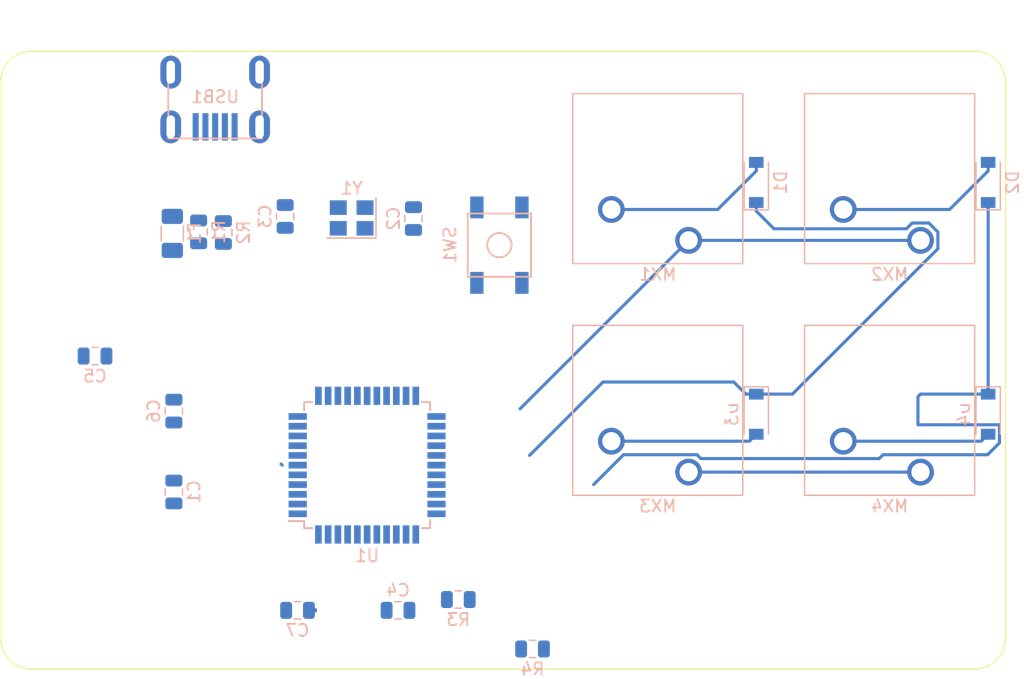
<source format=kicad_pcb>
(kicad_pcb (version 20171130) (host pcbnew "(5.1.5)-3")

  (general
    (thickness 1.6)
    (drawings 10)
    (tracks 46)
    (zones 0)
    (modules 24)
    (nets 45)
  )

  (page A4)
  (layers
    (0 F.Cu signal)
    (31 B.Cu signal)
    (32 B.Adhes user)
    (33 F.Adhes user)
    (34 B.Paste user)
    (35 F.Paste user)
    (36 B.SilkS user)
    (37 F.SilkS user)
    (38 B.Mask user)
    (39 F.Mask user)
    (40 Dwgs.User user)
    (41 Cmts.User user)
    (42 Eco1.User user)
    (43 Eco2.User user)
    (44 Edge.Cuts user)
    (45 Margin user)
    (46 B.CrtYd user)
    (47 F.CrtYd user)
    (48 B.Fab user)
    (49 F.Fab user)
  )

  (setup
    (last_trace_width 0.254)
    (trace_clearance 0.2)
    (zone_clearance 0.508)
    (zone_45_only no)
    (trace_min 0.2)
    (via_size 0.8)
    (via_drill 0.4)
    (via_min_size 0.4)
    (via_min_drill 0.3)
    (uvia_size 0.3)
    (uvia_drill 0.1)
    (uvias_allowed no)
    (uvia_min_size 0.2)
    (uvia_min_drill 0.1)
    (edge_width 0.05)
    (segment_width 0.2)
    (pcb_text_width 0.3)
    (pcb_text_size 1.5 1.5)
    (mod_edge_width 0.12)
    (mod_text_size 1 1)
    (mod_text_width 0.15)
    (pad_size 1.524 1.524)
    (pad_drill 0.762)
    (pad_to_mask_clearance 0.051)
    (solder_mask_min_width 0.25)
    (aux_axis_origin 0 0)
    (visible_elements FFFFFF7F)
    (pcbplotparams
      (layerselection 0x010fc_ffffffff)
      (usegerberextensions false)
      (usegerberattributes false)
      (usegerberadvancedattributes false)
      (creategerberjobfile false)
      (excludeedgelayer true)
      (linewidth 0.100000)
      (plotframeref false)
      (viasonmask false)
      (mode 1)
      (useauxorigin false)
      (hpglpennumber 1)
      (hpglpenspeed 20)
      (hpglpendiameter 15.000000)
      (psnegative false)
      (psa4output false)
      (plotreference true)
      (plotvalue true)
      (plotinvisibletext false)
      (padsonsilk false)
      (subtractmaskfromsilk false)
      (outputformat 1)
      (mirror false)
      (drillshape 1)
      (scaleselection 1)
      (outputdirectory ""))
  )

  (net 0 "")
  (net 1 GND)
  (net 2 +5V)
  (net 3 "Net-(C2-Pad2)")
  (net 4 "Net-(C3-Pad1)")
  (net 5 "Net-(C6-Pad1)")
  (net 6 "Net-(D1-Pad2)")
  (net 7 ROW0)
  (net 8 "Net-(D2-Pad2)")
  (net 9 ROW1)
  (net 10 "Net-(D3-Pad2)")
  (net 11 "Net-(D4-Pad2)")
  (net 12 VCC)
  (net 13 COL0)
  (net 14 COL1)
  (net 15 D-)
  (net 16 "Net-(R1-Pad1)")
  (net 17 D+)
  (net 18 "Net-(R2-Pad1)")
  (net 19 "Net-(R3-Pad2)")
  (net 20 "Net-(R4-Pad2)")
  (net 21 "Net-(U1-Pad42)")
  (net 22 "Net-(U1-Pad41)")
  (net 23 "Net-(U1-Pad40)")
  (net 24 "Net-(U1-Pad39)")
  (net 25 "Net-(U1-Pad38)")
  (net 26 "Net-(U1-Pad37)")
  (net 27 "Net-(U1-Pad36)")
  (net 28 "Net-(U1-Pad32)")
  (net 29 "Net-(U1-Pad31)")
  (net 30 "Net-(U1-Pad26)")
  (net 31 "Net-(U1-Pad25)")
  (net 32 "Net-(U1-Pad22)")
  (net 33 "Net-(U1-Pad21)")
  (net 34 "Net-(U1-Pad20)")
  (net 35 "Net-(U1-Pad19)")
  (net 36 "Net-(U1-Pad18)")
  (net 37 "Net-(U1-Pad12)")
  (net 38 "Net-(U1-Pad11)")
  (net 39 "Net-(U1-Pad10)")
  (net 40 "Net-(U1-Pad9)")
  (net 41 "Net-(U1-Pad8)")
  (net 42 "Net-(U1-Pad1)")
  (net 43 "Net-(USB1-Pad6)")
  (net 44 "Net-(USB1-Pad2)")

  (net_class Default "This is the default net class."
    (clearance 0.2)
    (trace_width 0.254)
    (via_dia 0.8)
    (via_drill 0.4)
    (uvia_dia 0.3)
    (uvia_drill 0.1)
    (add_net COL0)
    (add_net COL1)
    (add_net D+)
    (add_net D-)
    (add_net "Net-(C2-Pad2)")
    (add_net "Net-(C3-Pad1)")
    (add_net "Net-(C6-Pad1)")
    (add_net "Net-(D1-Pad2)")
    (add_net "Net-(D2-Pad2)")
    (add_net "Net-(D3-Pad2)")
    (add_net "Net-(D4-Pad2)")
    (add_net "Net-(R1-Pad1)")
    (add_net "Net-(R2-Pad1)")
    (add_net "Net-(R3-Pad2)")
    (add_net "Net-(R4-Pad2)")
    (add_net "Net-(U1-Pad1)")
    (add_net "Net-(U1-Pad10)")
    (add_net "Net-(U1-Pad11)")
    (add_net "Net-(U1-Pad12)")
    (add_net "Net-(U1-Pad18)")
    (add_net "Net-(U1-Pad19)")
    (add_net "Net-(U1-Pad20)")
    (add_net "Net-(U1-Pad21)")
    (add_net "Net-(U1-Pad22)")
    (add_net "Net-(U1-Pad25)")
    (add_net "Net-(U1-Pad26)")
    (add_net "Net-(U1-Pad31)")
    (add_net "Net-(U1-Pad32)")
    (add_net "Net-(U1-Pad36)")
    (add_net "Net-(U1-Pad37)")
    (add_net "Net-(U1-Pad38)")
    (add_net "Net-(U1-Pad39)")
    (add_net "Net-(U1-Pad40)")
    (add_net "Net-(U1-Pad41)")
    (add_net "Net-(U1-Pad42)")
    (add_net "Net-(U1-Pad8)")
    (add_net "Net-(U1-Pad9)")
    (add_net "Net-(USB1-Pad2)")
    (add_net "Net-(USB1-Pad6)")
    (add_net ROW0)
    (add_net ROW1)
  )

  (net_class power ""
    (clearance 0.2)
    (trace_width 0.381)
    (via_dia 0.8)
    (via_drill 0.4)
    (uvia_dia 0.3)
    (uvia_drill 0.1)
    (add_net +5V)
    (add_net GND)
    (add_net VCC)
  )

  (module Package_QFP:TQFP-44_10x10mm_P0.8mm (layer B.Cu) (tedit 5A02F146) (tstamp 5E862523)
    (at 59.309 51.816)
    (descr "44-Lead Plastic Thin Quad Flatpack (PT) - 10x10x1.0 mm Body [TQFP] (see Microchip Packaging Specification 00000049BS.pdf)")
    (tags "QFP 0.8")
    (path /5E8609A9)
    (attr smd)
    (fp_text reference U1 (at 0 7.45) (layer B.SilkS)
      (effects (font (size 1 1) (thickness 0.15)) (justify mirror))
    )
    (fp_text value ATmega32U4-AU (at 0 -7.45) (layer B.Fab)
      (effects (font (size 1 1) (thickness 0.15)) (justify mirror))
    )
    (fp_line (start -5.175 4.6) (end -6.45 4.6) (layer B.SilkS) (width 0.15))
    (fp_line (start 5.175 5.175) (end 4.5 5.175) (layer B.SilkS) (width 0.15))
    (fp_line (start 5.175 -5.175) (end 4.5 -5.175) (layer B.SilkS) (width 0.15))
    (fp_line (start -5.175 -5.175) (end -4.5 -5.175) (layer B.SilkS) (width 0.15))
    (fp_line (start -5.175 5.175) (end -4.5 5.175) (layer B.SilkS) (width 0.15))
    (fp_line (start -5.175 -5.175) (end -5.175 -4.5) (layer B.SilkS) (width 0.15))
    (fp_line (start 5.175 -5.175) (end 5.175 -4.5) (layer B.SilkS) (width 0.15))
    (fp_line (start 5.175 5.175) (end 5.175 4.5) (layer B.SilkS) (width 0.15))
    (fp_line (start -5.175 5.175) (end -5.175 4.6) (layer B.SilkS) (width 0.15))
    (fp_line (start -6.7 -6.7) (end 6.7 -6.7) (layer B.CrtYd) (width 0.05))
    (fp_line (start -6.7 6.7) (end 6.7 6.7) (layer B.CrtYd) (width 0.05))
    (fp_line (start 6.7 6.7) (end 6.7 -6.7) (layer B.CrtYd) (width 0.05))
    (fp_line (start -6.7 6.7) (end -6.7 -6.7) (layer B.CrtYd) (width 0.05))
    (fp_line (start -5 4) (end -4 5) (layer B.Fab) (width 0.15))
    (fp_line (start -5 -5) (end -5 4) (layer B.Fab) (width 0.15))
    (fp_line (start 5 -5) (end -5 -5) (layer B.Fab) (width 0.15))
    (fp_line (start 5 5) (end 5 -5) (layer B.Fab) (width 0.15))
    (fp_line (start -4 5) (end 5 5) (layer B.Fab) (width 0.15))
    (fp_text user %R (at 0 0) (layer B.Fab)
      (effects (font (size 1 1) (thickness 0.15)) (justify mirror))
    )
    (pad 44 smd rect (at -4 5.7 270) (size 1.5 0.55) (layers B.Cu B.Paste B.Mask)
      (net 2 +5V))
    (pad 43 smd rect (at -3.2 5.7 270) (size 1.5 0.55) (layers B.Cu B.Paste B.Mask)
      (net 1 GND))
    (pad 42 smd rect (at -2.4 5.7 270) (size 1.5 0.55) (layers B.Cu B.Paste B.Mask)
      (net 21 "Net-(U1-Pad42)"))
    (pad 41 smd rect (at -1.6 5.7 270) (size 1.5 0.55) (layers B.Cu B.Paste B.Mask)
      (net 22 "Net-(U1-Pad41)"))
    (pad 40 smd rect (at -0.8 5.7 270) (size 1.5 0.55) (layers B.Cu B.Paste B.Mask)
      (net 23 "Net-(U1-Pad40)"))
    (pad 39 smd rect (at 0 5.7 270) (size 1.5 0.55) (layers B.Cu B.Paste B.Mask)
      (net 24 "Net-(U1-Pad39)"))
    (pad 38 smd rect (at 0.8 5.7 270) (size 1.5 0.55) (layers B.Cu B.Paste B.Mask)
      (net 25 "Net-(U1-Pad38)"))
    (pad 37 smd rect (at 1.6 5.7 270) (size 1.5 0.55) (layers B.Cu B.Paste B.Mask)
      (net 26 "Net-(U1-Pad37)"))
    (pad 36 smd rect (at 2.4 5.7 270) (size 1.5 0.55) (layers B.Cu B.Paste B.Mask)
      (net 27 "Net-(U1-Pad36)"))
    (pad 35 smd rect (at 3.2 5.7 270) (size 1.5 0.55) (layers B.Cu B.Paste B.Mask)
      (net 1 GND))
    (pad 34 smd rect (at 4 5.7 270) (size 1.5 0.55) (layers B.Cu B.Paste B.Mask)
      (net 2 +5V))
    (pad 33 smd rect (at 5.7 4) (size 1.5 0.55) (layers B.Cu B.Paste B.Mask)
      (net 20 "Net-(R4-Pad2)"))
    (pad 32 smd rect (at 5.7 3.2) (size 1.5 0.55) (layers B.Cu B.Paste B.Mask)
      (net 28 "Net-(U1-Pad32)"))
    (pad 31 smd rect (at 5.7 2.4) (size 1.5 0.55) (layers B.Cu B.Paste B.Mask)
      (net 29 "Net-(U1-Pad31)"))
    (pad 30 smd rect (at 5.7 1.6) (size 1.5 0.55) (layers B.Cu B.Paste B.Mask)
      (net 9 ROW1))
    (pad 29 smd rect (at 5.7 0.8) (size 1.5 0.55) (layers B.Cu B.Paste B.Mask)
      (net 13 COL0))
    (pad 28 smd rect (at 5.7 0) (size 1.5 0.55) (layers B.Cu B.Paste B.Mask)
      (net 14 COL1))
    (pad 27 smd rect (at 5.7 -0.8) (size 1.5 0.55) (layers B.Cu B.Paste B.Mask)
      (net 7 ROW0))
    (pad 26 smd rect (at 5.7 -1.6) (size 1.5 0.55) (layers B.Cu B.Paste B.Mask)
      (net 30 "Net-(U1-Pad26)"))
    (pad 25 smd rect (at 5.7 -2.4) (size 1.5 0.55) (layers B.Cu B.Paste B.Mask)
      (net 31 "Net-(U1-Pad25)"))
    (pad 24 smd rect (at 5.7 -3.2) (size 1.5 0.55) (layers B.Cu B.Paste B.Mask)
      (net 2 +5V))
    (pad 23 smd rect (at 5.7 -4) (size 1.5 0.55) (layers B.Cu B.Paste B.Mask)
      (net 1 GND))
    (pad 22 smd rect (at 4 -5.7 270) (size 1.5 0.55) (layers B.Cu B.Paste B.Mask)
      (net 32 "Net-(U1-Pad22)"))
    (pad 21 smd rect (at 3.2 -5.7 270) (size 1.5 0.55) (layers B.Cu B.Paste B.Mask)
      (net 33 "Net-(U1-Pad21)"))
    (pad 20 smd rect (at 2.4 -5.7 270) (size 1.5 0.55) (layers B.Cu B.Paste B.Mask)
      (net 34 "Net-(U1-Pad20)"))
    (pad 19 smd rect (at 1.6 -5.7 270) (size 1.5 0.55) (layers B.Cu B.Paste B.Mask)
      (net 35 "Net-(U1-Pad19)"))
    (pad 18 smd rect (at 0.8 -5.7 270) (size 1.5 0.55) (layers B.Cu B.Paste B.Mask)
      (net 36 "Net-(U1-Pad18)"))
    (pad 17 smd rect (at 0 -5.7 270) (size 1.5 0.55) (layers B.Cu B.Paste B.Mask)
      (net 3 "Net-(C2-Pad2)"))
    (pad 16 smd rect (at -0.8 -5.7 270) (size 1.5 0.55) (layers B.Cu B.Paste B.Mask)
      (net 4 "Net-(C3-Pad1)"))
    (pad 15 smd rect (at -1.6 -5.7 270) (size 1.5 0.55) (layers B.Cu B.Paste B.Mask)
      (net 1 GND))
    (pad 14 smd rect (at -2.4 -5.7 270) (size 1.5 0.55) (layers B.Cu B.Paste B.Mask)
      (net 2 +5V))
    (pad 13 smd rect (at -3.2 -5.7 270) (size 1.5 0.55) (layers B.Cu B.Paste B.Mask)
      (net 19 "Net-(R3-Pad2)"))
    (pad 12 smd rect (at -4 -5.7 270) (size 1.5 0.55) (layers B.Cu B.Paste B.Mask)
      (net 37 "Net-(U1-Pad12)"))
    (pad 11 smd rect (at -5.7 -4) (size 1.5 0.55) (layers B.Cu B.Paste B.Mask)
      (net 38 "Net-(U1-Pad11)"))
    (pad 10 smd rect (at -5.7 -3.2) (size 1.5 0.55) (layers B.Cu B.Paste B.Mask)
      (net 39 "Net-(U1-Pad10)"))
    (pad 9 smd rect (at -5.7 -2.4) (size 1.5 0.55) (layers B.Cu B.Paste B.Mask)
      (net 40 "Net-(U1-Pad9)"))
    (pad 8 smd rect (at -5.7 -1.6) (size 1.5 0.55) (layers B.Cu B.Paste B.Mask)
      (net 41 "Net-(U1-Pad8)"))
    (pad 7 smd rect (at -5.7 -0.8) (size 1.5 0.55) (layers B.Cu B.Paste B.Mask)
      (net 2 +5V))
    (pad 6 smd rect (at -5.7 0) (size 1.5 0.55) (layers B.Cu B.Paste B.Mask)
      (net 5 "Net-(C6-Pad1)"))
    (pad 5 smd rect (at -5.7 0.8) (size 1.5 0.55) (layers B.Cu B.Paste B.Mask)
      (net 1 GND))
    (pad 4 smd rect (at -5.7 1.6) (size 1.5 0.55) (layers B.Cu B.Paste B.Mask)
      (net 18 "Net-(R2-Pad1)"))
    (pad 3 smd rect (at -5.7 2.4) (size 1.5 0.55) (layers B.Cu B.Paste B.Mask)
      (net 16 "Net-(R1-Pad1)"))
    (pad 2 smd rect (at -5.7 3.2) (size 1.5 0.55) (layers B.Cu B.Paste B.Mask)
      (net 2 +5V))
    (pad 1 smd rect (at -5.7 4) (size 1.5 0.55) (layers B.Cu B.Paste B.Mask)
      (net 42 "Net-(U1-Pad1)"))
    (model ${KISYS3DMOD}/Package_QFP.3dshapes/TQFP-44_10x10mm_P0.8mm.wrl
      (at (xyz 0 0 0))
      (scale (xyz 1 1 1))
      (rotate (xyz 0 0 0))
    )
  )

  (module Crystal:Crystal_SMD_3225-4Pin_3.2x2.5mm (layer B.Cu) (tedit 5A0FD1B2) (tstamp 5E862DE9)
    (at 58.039 31.496 180)
    (descr "SMD Crystal SERIES SMD3225/4 http://www.txccrystal.com/images/pdf/7m-accuracy.pdf, 3.2x2.5mm^2 package")
    (tags "SMD SMT crystal")
    (path /5E89AC9A)
    (attr smd)
    (fp_text reference Y1 (at 0 2.45) (layer B.SilkS)
      (effects (font (size 1 1) (thickness 0.15)) (justify mirror))
    )
    (fp_text value 16MHz (at 0 -2.45) (layer B.Fab)
      (effects (font (size 1 1) (thickness 0.15)) (justify mirror))
    )
    (fp_line (start 2.1 1.7) (end -2.1 1.7) (layer B.CrtYd) (width 0.05))
    (fp_line (start 2.1 -1.7) (end 2.1 1.7) (layer B.CrtYd) (width 0.05))
    (fp_line (start -2.1 -1.7) (end 2.1 -1.7) (layer B.CrtYd) (width 0.05))
    (fp_line (start -2.1 1.7) (end -2.1 -1.7) (layer B.CrtYd) (width 0.05))
    (fp_line (start -2 -1.65) (end 2 -1.65) (layer B.SilkS) (width 0.12))
    (fp_line (start -2 1.65) (end -2 -1.65) (layer B.SilkS) (width 0.12))
    (fp_line (start -1.6 -0.25) (end -0.6 -1.25) (layer B.Fab) (width 0.1))
    (fp_line (start 1.6 1.25) (end -1.6 1.25) (layer B.Fab) (width 0.1))
    (fp_line (start 1.6 -1.25) (end 1.6 1.25) (layer B.Fab) (width 0.1))
    (fp_line (start -1.6 -1.25) (end 1.6 -1.25) (layer B.Fab) (width 0.1))
    (fp_line (start -1.6 1.25) (end -1.6 -1.25) (layer B.Fab) (width 0.1))
    (pad 4 smd rect (at -1.1 0.85 180) (size 1.4 1.2) (layers B.Cu B.Paste B.Mask)
      (net 1 GND))
    (pad 3 smd rect (at 1.1 0.85 180) (size 1.4 1.2) (layers B.Cu B.Paste B.Mask)
      (net 4 "Net-(C3-Pad1)"))
    (pad 2 smd rect (at 1.1 -0.85 180) (size 1.4 1.2) (layers B.Cu B.Paste B.Mask)
      (net 1 GND))
    (pad 1 smd rect (at -1.1 -0.85 180) (size 1.4 1.2) (layers B.Cu B.Paste B.Mask)
      (net 3 "Net-(C2-Pad2)"))
    (model ${KISYS3DMOD}/Crystal.3dshapes/Crystal_SMD_3225-4Pin_3.2x2.5mm.wrl
      (at (xyz 0 0 0))
      (scale (xyz 1 1 1))
      (rotate (xyz 0 0 0))
    )
  )

  (module random-keyboard-parts:Molex-0548190589 (layer B.Cu) (tedit 5C494815) (tstamp 5E862543)
    (at 46.825 19.503 270)
    (path /5E8BA6F9)
    (attr smd)
    (fp_text reference USB1 (at 2.032 0 180) (layer B.SilkS)
      (effects (font (size 1 1) (thickness 0.15)) (justify mirror))
    )
    (fp_text value Molex-0548190589 (at -5.08 0 180) (layer Dwgs.User)
      (effects (font (size 1 1) (thickness 0.15)))
    )
    (fp_text user %R (at 2 0 180) (layer B.CrtYd)
      (effects (font (size 1 1) (thickness 0.15)) (justify mirror))
    )
    (fp_line (start 3.25 1.25) (end 5.5 1.25) (layer B.CrtYd) (width 0.15))
    (fp_line (start 5.5 0.5) (end 3.25 0.5) (layer B.CrtYd) (width 0.15))
    (fp_line (start 3.25 -0.5) (end 5.5 -0.5) (layer B.CrtYd) (width 0.15))
    (fp_line (start 5.5 -1.25) (end 3.25 -1.25) (layer B.CrtYd) (width 0.15))
    (fp_line (start 3.25 -2) (end 5.5 -2) (layer B.CrtYd) (width 0.15))
    (fp_line (start 3.25 2) (end 3.25 -2) (layer B.CrtYd) (width 0.15))
    (fp_line (start 5.5 2) (end 3.25 2) (layer B.CrtYd) (width 0.15))
    (fp_line (start -3.75 -3.75) (end -3.75 3.75) (layer B.CrtYd) (width 0.15))
    (fp_line (start 5.5 -3.75) (end -3.75 -3.75) (layer B.CrtYd) (width 0.15))
    (fp_line (start 5.5 3.75) (end 5.5 -3.75) (layer B.CrtYd) (width 0.15))
    (fp_line (start -3.75 3.75) (end 5.5 3.75) (layer B.CrtYd) (width 0.15))
    (fp_line (start 0 3.85) (end 5.45 3.85) (layer B.SilkS) (width 0.15))
    (fp_line (start 0 -3.85) (end 5.45 -3.85) (layer B.SilkS) (width 0.15))
    (fp_line (start 5.45 3.85) (end 5.45 -3.85) (layer B.SilkS) (width 0.15))
    (fp_line (start -3.75 3.85) (end 0 3.85) (layer Dwgs.User) (width 0.15))
    (fp_line (start -3.75 -3.85) (end 0 -3.85) (layer Dwgs.User) (width 0.15))
    (fp_line (start -1.75 4.572) (end -1.75 -4.572) (layer Dwgs.User) (width 0.15))
    (fp_line (start -3.75 3.85) (end -3.75 -3.85) (layer Dwgs.User) (width 0.15))
    (pad 6 thru_hole oval (at 0 3.65 270) (size 2.7 1.7) (drill oval 1.9 0.7) (layers *.Cu *.Mask)
      (net 43 "Net-(USB1-Pad6)"))
    (pad 6 thru_hole oval (at 0 -3.65 270) (size 2.7 1.7) (drill oval 1.9 0.7) (layers *.Cu *.Mask)
      (net 43 "Net-(USB1-Pad6)"))
    (pad 6 thru_hole oval (at 4.5 -3.65 270) (size 2.7 1.7) (drill oval 1.9 0.7) (layers *.Cu *.Mask)
      (net 43 "Net-(USB1-Pad6)"))
    (pad 6 thru_hole oval (at 4.5 3.65 270) (size 2.7 1.7) (drill oval 1.9 0.7) (layers *.Cu *.Mask)
      (net 43 "Net-(USB1-Pad6)"))
    (pad 5 smd rect (at 4.5 1.6 270) (size 2.25 0.5) (layers B.Cu B.Paste B.Mask)
      (net 12 VCC))
    (pad 4 smd rect (at 4.5 0.8 270) (size 2.25 0.5) (layers B.Cu B.Paste B.Mask)
      (net 15 D-))
    (pad 3 smd rect (at 4.5 0 270) (size 2.25 0.5) (layers B.Cu B.Paste B.Mask)
      (net 17 D+))
    (pad 2 smd rect (at 4.5 -0.8 270) (size 2.25 0.5) (layers B.Cu B.Paste B.Mask)
      (net 44 "Net-(USB1-Pad2)"))
    (pad 1 smd rect (at 4.5 -1.6 270) (size 2.25 0.5) (layers B.Cu B.Paste B.Mask)
      (net 1 GND))
  )

  (module random-keyboard-parts:SKQG-1155865 (layer B.Cu) (tedit 5E62B398) (tstamp 5E8624E0)
    (at 70.176 33.73 90)
    (path /5E8ACD1A)
    (attr smd)
    (fp_text reference SW1 (at 0 -4.064 90) (layer B.SilkS)
      (effects (font (size 1 1) (thickness 0.15)) (justify mirror))
    )
    (fp_text value SW_Push (at 0 4.064 90) (layer B.Fab)
      (effects (font (size 1 1) (thickness 0.15)) (justify mirror))
    )
    (fp_line (start -2.6 2.6) (end 2.6 2.6) (layer B.SilkS) (width 0.15))
    (fp_line (start 2.6 2.6) (end 2.6 -2.6) (layer B.SilkS) (width 0.15))
    (fp_line (start 2.6 -2.6) (end -2.6 -2.6) (layer B.SilkS) (width 0.15))
    (fp_line (start -2.6 -2.6) (end -2.6 2.6) (layer B.SilkS) (width 0.15))
    (fp_circle (center 0 0) (end 1 0) (layer B.SilkS) (width 0.15))
    (fp_line (start -4.2 2.6) (end 4.2 2.6) (layer B.Fab) (width 0.15))
    (fp_line (start 4.2 2.6) (end 4.2 1.2) (layer B.Fab) (width 0.15))
    (fp_line (start 4.2 1.1) (end 2.6 1.1) (layer B.Fab) (width 0.15))
    (fp_line (start 2.6 1.1) (end 2.6 -1.1) (layer B.Fab) (width 0.15))
    (fp_line (start 2.6 -1.1) (end 4.2 -1.1) (layer B.Fab) (width 0.15))
    (fp_line (start 4.2 -1.1) (end 4.2 -2.6) (layer B.Fab) (width 0.15))
    (fp_line (start 4.2 -2.6) (end -4.2 -2.6) (layer B.Fab) (width 0.15))
    (fp_line (start -4.2 -2.6) (end -4.2 -1.1) (layer B.Fab) (width 0.15))
    (fp_line (start -4.2 -1.1) (end -2.6 -1.1) (layer B.Fab) (width 0.15))
    (fp_line (start -2.6 -1.1) (end -2.6 1.1) (layer B.Fab) (width 0.15))
    (fp_line (start -2.6 1.1) (end -4.2 1.1) (layer B.Fab) (width 0.15))
    (fp_line (start -4.2 1.1) (end -4.2 2.6) (layer B.Fab) (width 0.15))
    (fp_circle (center 0 0) (end 1 0) (layer B.Fab) (width 0.15))
    (fp_line (start -2.6 1.1) (end -1.1 2.6) (layer B.Fab) (width 0.15))
    (fp_line (start 2.6 1.1) (end 1.1 2.6) (layer B.Fab) (width 0.15))
    (fp_line (start 2.6 -1.1) (end 1.1 -2.6) (layer B.Fab) (width 0.15))
    (fp_line (start -2.6 -1.1) (end -1.1 -2.6) (layer B.Fab) (width 0.15))
    (pad 4 smd rect (at -3.1 -1.85 90) (size 1.8 1.1) (layers B.Cu B.Paste B.Mask))
    (pad 3 smd rect (at 3.1 1.85 90) (size 1.8 1.1) (layers B.Cu B.Paste B.Mask))
    (pad 2 smd rect (at -3.1 1.85 90) (size 1.8 1.1) (layers B.Cu B.Paste B.Mask)
      (net 19 "Net-(R3-Pad2)"))
    (pad 1 smd rect (at 3.1 -1.85 90) (size 1.8 1.1) (layers B.Cu B.Paste B.Mask)
      (net 1 GND))
    (model ${KISYS3DMOD}/Button_Switch_SMD.3dshapes/SW_SPST_TL3342.step
      (at (xyz 0 0 0))
      (scale (xyz 1 1 1))
      (rotate (xyz 0 0 0))
    )
  )

  (module Resistor_SMD:R_0805_2012Metric (layer B.Cu) (tedit 5B36C52B) (tstamp 5E8630E0)
    (at 72.898 66.929)
    (descr "Resistor SMD 0805 (2012 Metric), square (rectangular) end terminal, IPC_7351 nominal, (Body size source: https://docs.google.com/spreadsheets/d/1BsfQQcO9C6DZCsRaXUlFlo91Tg2WpOkGARC1WS5S8t0/edit?usp=sharing), generated with kicad-footprint-generator")
    (tags resistor)
    (path /5E86B629)
    (attr smd)
    (fp_text reference R4 (at 0 1.65) (layer B.SilkS)
      (effects (font (size 1 1) (thickness 0.15)) (justify mirror))
    )
    (fp_text value 10k (at 0 -1.65) (layer B.Fab)
      (effects (font (size 1 1) (thickness 0.15)) (justify mirror))
    )
    (fp_text user %R (at 0 0) (layer B.Fab)
      (effects (font (size 0.5 0.5) (thickness 0.08)) (justify mirror))
    )
    (fp_line (start 1.68 -0.95) (end -1.68 -0.95) (layer B.CrtYd) (width 0.05))
    (fp_line (start 1.68 0.95) (end 1.68 -0.95) (layer B.CrtYd) (width 0.05))
    (fp_line (start -1.68 0.95) (end 1.68 0.95) (layer B.CrtYd) (width 0.05))
    (fp_line (start -1.68 -0.95) (end -1.68 0.95) (layer B.CrtYd) (width 0.05))
    (fp_line (start -0.258578 -0.71) (end 0.258578 -0.71) (layer B.SilkS) (width 0.12))
    (fp_line (start -0.258578 0.71) (end 0.258578 0.71) (layer B.SilkS) (width 0.12))
    (fp_line (start 1 -0.6) (end -1 -0.6) (layer B.Fab) (width 0.1))
    (fp_line (start 1 0.6) (end 1 -0.6) (layer B.Fab) (width 0.1))
    (fp_line (start -1 0.6) (end 1 0.6) (layer B.Fab) (width 0.1))
    (fp_line (start -1 -0.6) (end -1 0.6) (layer B.Fab) (width 0.1))
    (pad 2 smd roundrect (at 0.9375 0) (size 0.975 1.4) (layers B.Cu B.Paste B.Mask) (roundrect_rratio 0.25)
      (net 20 "Net-(R4-Pad2)"))
    (pad 1 smd roundrect (at -0.9375 0) (size 0.975 1.4) (layers B.Cu B.Paste B.Mask) (roundrect_rratio 0.25)
      (net 1 GND))
    (model ${KISYS3DMOD}/Resistor_SMD.3dshapes/R_0805_2012Metric.wrl
      (at (xyz 0 0 0))
      (scale (xyz 1 1 1))
      (rotate (xyz 0 0 0))
    )
  )

  (module Resistor_SMD:R_0805_2012Metric (layer B.Cu) (tedit 5B36C52B) (tstamp 5E8624B1)
    (at 66.802 62.865)
    (descr "Resistor SMD 0805 (2012 Metric), square (rectangular) end terminal, IPC_7351 nominal, (Body size source: https://docs.google.com/spreadsheets/d/1BsfQQcO9C6DZCsRaXUlFlo91Tg2WpOkGARC1WS5S8t0/edit?usp=sharing), generated with kicad-footprint-generator")
    (tags resistor)
    (path /5E8B7F29)
    (attr smd)
    (fp_text reference R3 (at 0 1.65) (layer B.SilkS)
      (effects (font (size 1 1) (thickness 0.15)) (justify mirror))
    )
    (fp_text value 10k (at 0 -1.65) (layer B.Fab)
      (effects (font (size 1 1) (thickness 0.15)) (justify mirror))
    )
    (fp_text user %R (at 0 0) (layer B.Fab)
      (effects (font (size 0.5 0.5) (thickness 0.08)) (justify mirror))
    )
    (fp_line (start 1.68 -0.95) (end -1.68 -0.95) (layer B.CrtYd) (width 0.05))
    (fp_line (start 1.68 0.95) (end 1.68 -0.95) (layer B.CrtYd) (width 0.05))
    (fp_line (start -1.68 0.95) (end 1.68 0.95) (layer B.CrtYd) (width 0.05))
    (fp_line (start -1.68 -0.95) (end -1.68 0.95) (layer B.CrtYd) (width 0.05))
    (fp_line (start -0.258578 -0.71) (end 0.258578 -0.71) (layer B.SilkS) (width 0.12))
    (fp_line (start -0.258578 0.71) (end 0.258578 0.71) (layer B.SilkS) (width 0.12))
    (fp_line (start 1 -0.6) (end -1 -0.6) (layer B.Fab) (width 0.1))
    (fp_line (start 1 0.6) (end 1 -0.6) (layer B.Fab) (width 0.1))
    (fp_line (start -1 0.6) (end 1 0.6) (layer B.Fab) (width 0.1))
    (fp_line (start -1 -0.6) (end -1 0.6) (layer B.Fab) (width 0.1))
    (pad 2 smd roundrect (at 0.9375 0) (size 0.975 1.4) (layers B.Cu B.Paste B.Mask) (roundrect_rratio 0.25)
      (net 19 "Net-(R3-Pad2)"))
    (pad 1 smd roundrect (at -0.9375 0) (size 0.975 1.4) (layers B.Cu B.Paste B.Mask) (roundrect_rratio 0.25)
      (net 2 +5V))
    (model ${KISYS3DMOD}/Resistor_SMD.3dshapes/R_0805_2012Metric.wrl
      (at (xyz 0 0 0))
      (scale (xyz 1 1 1))
      (rotate (xyz 0 0 0))
    )
  )

  (module Resistor_SMD:R_0805_2012Metric (layer B.Cu) (tedit 5B36C52B) (tstamp 5E8624A0)
    (at 47.498 32.6875 90)
    (descr "Resistor SMD 0805 (2012 Metric), square (rectangular) end terminal, IPC_7351 nominal, (Body size source: https://docs.google.com/spreadsheets/d/1BsfQQcO9C6DZCsRaXUlFlo91Tg2WpOkGARC1WS5S8t0/edit?usp=sharing), generated with kicad-footprint-generator")
    (tags resistor)
    (path /5E88CFFE)
    (attr smd)
    (fp_text reference R2 (at 0 1.65 270) (layer B.SilkS)
      (effects (font (size 1 1) (thickness 0.15)) (justify mirror))
    )
    (fp_text value 22 (at 0 -1.65 270) (layer B.Fab)
      (effects (font (size 1 1) (thickness 0.15)) (justify mirror))
    )
    (fp_text user %R (at 0 0 270) (layer B.Fab)
      (effects (font (size 0.5 0.5) (thickness 0.08)) (justify mirror))
    )
    (fp_line (start 1.68 -0.95) (end -1.68 -0.95) (layer B.CrtYd) (width 0.05))
    (fp_line (start 1.68 0.95) (end 1.68 -0.95) (layer B.CrtYd) (width 0.05))
    (fp_line (start -1.68 0.95) (end 1.68 0.95) (layer B.CrtYd) (width 0.05))
    (fp_line (start -1.68 -0.95) (end -1.68 0.95) (layer B.CrtYd) (width 0.05))
    (fp_line (start -0.258578 -0.71) (end 0.258578 -0.71) (layer B.SilkS) (width 0.12))
    (fp_line (start -0.258578 0.71) (end 0.258578 0.71) (layer B.SilkS) (width 0.12))
    (fp_line (start 1 -0.6) (end -1 -0.6) (layer B.Fab) (width 0.1))
    (fp_line (start 1 0.6) (end 1 -0.6) (layer B.Fab) (width 0.1))
    (fp_line (start -1 0.6) (end 1 0.6) (layer B.Fab) (width 0.1))
    (fp_line (start -1 -0.6) (end -1 0.6) (layer B.Fab) (width 0.1))
    (pad 2 smd roundrect (at 0.9375 0 90) (size 0.975 1.4) (layers B.Cu B.Paste B.Mask) (roundrect_rratio 0.25)
      (net 17 D+))
    (pad 1 smd roundrect (at -0.9375 0 90) (size 0.975 1.4) (layers B.Cu B.Paste B.Mask) (roundrect_rratio 0.25)
      (net 18 "Net-(R2-Pad1)"))
    (model ${KISYS3DMOD}/Resistor_SMD.3dshapes/R_0805_2012Metric.wrl
      (at (xyz 0 0 0))
      (scale (xyz 1 1 1))
      (rotate (xyz 0 0 0))
    )
  )

  (module Resistor_SMD:R_0805_2012Metric (layer B.Cu) (tedit 5B36C52B) (tstamp 5E86248F)
    (at 45.466 32.639 90)
    (descr "Resistor SMD 0805 (2012 Metric), square (rectangular) end terminal, IPC_7351 nominal, (Body size source: https://docs.google.com/spreadsheets/d/1BsfQQcO9C6DZCsRaXUlFlo91Tg2WpOkGARC1WS5S8t0/edit?usp=sharing), generated with kicad-footprint-generator")
    (tags resistor)
    (path /5E88DBB8)
    (attr smd)
    (fp_text reference R1 (at 0 1.65 90) (layer B.SilkS)
      (effects (font (size 1 1) (thickness 0.15)) (justify mirror))
    )
    (fp_text value 22 (at 0 -1.65 90) (layer B.Fab)
      (effects (font (size 1 1) (thickness 0.15)) (justify mirror))
    )
    (fp_text user %R (at 0 0 90) (layer B.Fab)
      (effects (font (size 0.5 0.5) (thickness 0.08)) (justify mirror))
    )
    (fp_line (start 1.68 -0.95) (end -1.68 -0.95) (layer B.CrtYd) (width 0.05))
    (fp_line (start 1.68 0.95) (end 1.68 -0.95) (layer B.CrtYd) (width 0.05))
    (fp_line (start -1.68 0.95) (end 1.68 0.95) (layer B.CrtYd) (width 0.05))
    (fp_line (start -1.68 -0.95) (end -1.68 0.95) (layer B.CrtYd) (width 0.05))
    (fp_line (start -0.258578 -0.71) (end 0.258578 -0.71) (layer B.SilkS) (width 0.12))
    (fp_line (start -0.258578 0.71) (end 0.258578 0.71) (layer B.SilkS) (width 0.12))
    (fp_line (start 1 -0.6) (end -1 -0.6) (layer B.Fab) (width 0.1))
    (fp_line (start 1 0.6) (end 1 -0.6) (layer B.Fab) (width 0.1))
    (fp_line (start -1 0.6) (end 1 0.6) (layer B.Fab) (width 0.1))
    (fp_line (start -1 -0.6) (end -1 0.6) (layer B.Fab) (width 0.1))
    (pad 2 smd roundrect (at 0.9375 0 90) (size 0.975 1.4) (layers B.Cu B.Paste B.Mask) (roundrect_rratio 0.25)
      (net 15 D-))
    (pad 1 smd roundrect (at -0.9375 0 90) (size 0.975 1.4) (layers B.Cu B.Paste B.Mask) (roundrect_rratio 0.25)
      (net 16 "Net-(R1-Pad1)"))
    (model ${KISYS3DMOD}/Resistor_SMD.3dshapes/R_0805_2012Metric.wrl
      (at (xyz 0 0 0))
      (scale (xyz 1 1 1))
      (rotate (xyz 0 0 0))
    )
  )

  (module Button_Switch_Keyboard:SW_Cherry_MX_1.00u_PCB (layer B.Cu) (tedit 5A02FE24) (tstamp 5E86247E)
    (at 104.775 52.3875)
    (descr "Cherry MX keyswitch, 1.00u, PCB mount, http://cherryamericas.com/wp-content/uploads/2014/12/mx_cat.pdf")
    (tags "Cherry MX keyswitch 1.00u PCB")
    (path /5E8C9199)
    (fp_text reference MX4 (at -2.54 2.794) (layer B.SilkS)
      (effects (font (size 1 1) (thickness 0.15)) (justify mirror))
    )
    (fp_text value MX-NoLED (at -2.54 -12.954) (layer B.Fab)
      (effects (font (size 1 1) (thickness 0.15)) (justify mirror))
    )
    (fp_line (start -9.525 -12.065) (end -9.525 1.905) (layer B.SilkS) (width 0.12))
    (fp_line (start 4.445 -12.065) (end -9.525 -12.065) (layer B.SilkS) (width 0.12))
    (fp_line (start 4.445 1.905) (end 4.445 -12.065) (layer B.SilkS) (width 0.12))
    (fp_line (start -9.525 1.905) (end 4.445 1.905) (layer B.SilkS) (width 0.12))
    (fp_line (start -12.065 -14.605) (end -12.065 4.445) (layer Dwgs.User) (width 0.15))
    (fp_line (start 6.985 -14.605) (end -12.065 -14.605) (layer Dwgs.User) (width 0.15))
    (fp_line (start 6.985 4.445) (end 6.985 -14.605) (layer Dwgs.User) (width 0.15))
    (fp_line (start -12.065 4.445) (end 6.985 4.445) (layer Dwgs.User) (width 0.15))
    (fp_line (start -9.14 1.52) (end 4.06 1.52) (layer B.CrtYd) (width 0.05))
    (fp_line (start 4.06 1.52) (end 4.06 -11.68) (layer B.CrtYd) (width 0.05))
    (fp_line (start 4.06 -11.68) (end -9.14 -11.68) (layer B.CrtYd) (width 0.05))
    (fp_line (start -9.14 -11.68) (end -9.14 1.52) (layer B.CrtYd) (width 0.05))
    (fp_line (start -8.89 -11.43) (end -8.89 1.27) (layer B.Fab) (width 0.1))
    (fp_line (start 3.81 -11.43) (end -8.89 -11.43) (layer B.Fab) (width 0.1))
    (fp_line (start 3.81 1.27) (end 3.81 -11.43) (layer B.Fab) (width 0.1))
    (fp_line (start -8.89 1.27) (end 3.81 1.27) (layer B.Fab) (width 0.1))
    (fp_text user %R (at -2.54 2.794) (layer B.Fab)
      (effects (font (size 1 1) (thickness 0.15)) (justify mirror))
    )
    (pad "" np_thru_hole circle (at 2.54 -5.08) (size 1.7 1.7) (drill 1.7) (layers *.Cu *.Mask))
    (pad "" np_thru_hole circle (at -7.62 -5.08) (size 1.7 1.7) (drill 1.7) (layers *.Cu *.Mask))
    (pad "" np_thru_hole circle (at -2.54 -5.08) (size 4 4) (drill 4) (layers *.Cu *.Mask))
    (pad 2 thru_hole circle (at -6.35 -2.54) (size 2.2 2.2) (drill 1.5) (layers *.Cu *.Mask)
      (net 11 "Net-(D4-Pad2)"))
    (pad 1 thru_hole circle (at 0 0) (size 2.2 2.2) (drill 1.5) (layers *.Cu *.Mask)
      (net 14 COL1))
    (model ${KISYS3DMOD}/Button_Switch_Keyboard.3dshapes/SW_Cherry_MX_1.00u_PCB.wrl
      (at (xyz 0 0 0))
      (scale (xyz 1 1 1))
      (rotate (xyz 0 0 0))
    )
  )

  (module Button_Switch_Keyboard:SW_Cherry_MX_1.00u_PCB (layer B.Cu) (tedit 5A02FE24) (tstamp 5E862464)
    (at 85.725 52.3875)
    (descr "Cherry MX keyswitch, 1.00u, PCB mount, http://cherryamericas.com/wp-content/uploads/2014/12/mx_cat.pdf")
    (tags "Cherry MX keyswitch 1.00u PCB")
    (path /5E8C639C)
    (fp_text reference MX3 (at -2.54 2.794) (layer B.SilkS)
      (effects (font (size 1 1) (thickness 0.15)) (justify mirror))
    )
    (fp_text value MX-NoLED (at -2.54 -12.954) (layer B.Fab)
      (effects (font (size 1 1) (thickness 0.15)) (justify mirror))
    )
    (fp_line (start -9.525 -12.065) (end -9.525 1.905) (layer B.SilkS) (width 0.12))
    (fp_line (start 4.445 -12.065) (end -9.525 -12.065) (layer B.SilkS) (width 0.12))
    (fp_line (start 4.445 1.905) (end 4.445 -12.065) (layer B.SilkS) (width 0.12))
    (fp_line (start -9.525 1.905) (end 4.445 1.905) (layer B.SilkS) (width 0.12))
    (fp_line (start -12.065 -14.605) (end -12.065 4.445) (layer Dwgs.User) (width 0.15))
    (fp_line (start 6.985 -14.605) (end -12.065 -14.605) (layer Dwgs.User) (width 0.15))
    (fp_line (start 6.985 4.445) (end 6.985 -14.605) (layer Dwgs.User) (width 0.15))
    (fp_line (start -12.065 4.445) (end 6.985 4.445) (layer Dwgs.User) (width 0.15))
    (fp_line (start -9.14 1.52) (end 4.06 1.52) (layer B.CrtYd) (width 0.05))
    (fp_line (start 4.06 1.52) (end 4.06 -11.68) (layer B.CrtYd) (width 0.05))
    (fp_line (start 4.06 -11.68) (end -9.14 -11.68) (layer B.CrtYd) (width 0.05))
    (fp_line (start -9.14 -11.68) (end -9.14 1.52) (layer B.CrtYd) (width 0.05))
    (fp_line (start -8.89 -11.43) (end -8.89 1.27) (layer B.Fab) (width 0.1))
    (fp_line (start 3.81 -11.43) (end -8.89 -11.43) (layer B.Fab) (width 0.1))
    (fp_line (start 3.81 1.27) (end 3.81 -11.43) (layer B.Fab) (width 0.1))
    (fp_line (start -8.89 1.27) (end 3.81 1.27) (layer B.Fab) (width 0.1))
    (fp_text user %R (at -2.54 2.794) (layer B.Fab)
      (effects (font (size 1 1) (thickness 0.15)) (justify mirror))
    )
    (pad "" np_thru_hole circle (at 2.54 -5.08) (size 1.7 1.7) (drill 1.7) (layers *.Cu *.Mask))
    (pad "" np_thru_hole circle (at -7.62 -5.08) (size 1.7 1.7) (drill 1.7) (layers *.Cu *.Mask))
    (pad "" np_thru_hole circle (at -2.54 -5.08) (size 4 4) (drill 4) (layers *.Cu *.Mask))
    (pad 2 thru_hole circle (at -6.35 -2.54) (size 2.2 2.2) (drill 1.5) (layers *.Cu *.Mask)
      (net 10 "Net-(D3-Pad2)"))
    (pad 1 thru_hole circle (at 0 0) (size 2.2 2.2) (drill 1.5) (layers *.Cu *.Mask)
      (net 14 COL1))
    (model ${KISYS3DMOD}/Button_Switch_Keyboard.3dshapes/SW_Cherry_MX_1.00u_PCB.wrl
      (at (xyz 0 0 0))
      (scale (xyz 1 1 1))
      (rotate (xyz 0 0 0))
    )
  )

  (module Button_Switch_Keyboard:SW_Cherry_MX_1.00u_PCB (layer B.Cu) (tedit 5A02FE24) (tstamp 5E864A2C)
    (at 104.775 33.3375)
    (descr "Cherry MX keyswitch, 1.00u, PCB mount, http://cherryamericas.com/wp-content/uploads/2014/12/mx_cat.pdf")
    (tags "Cherry MX keyswitch 1.00u PCB")
    (path /5E8C7C20)
    (fp_text reference MX2 (at -2.54 2.794) (layer B.SilkS)
      (effects (font (size 1 1) (thickness 0.15)) (justify mirror))
    )
    (fp_text value MX-NoLED (at -2.54 -12.954) (layer B.Fab)
      (effects (font (size 1 1) (thickness 0.15)) (justify mirror))
    )
    (fp_line (start -9.525 -12.065) (end -9.525 1.905) (layer B.SilkS) (width 0.12))
    (fp_line (start 4.445 -12.065) (end -9.525 -12.065) (layer B.SilkS) (width 0.12))
    (fp_line (start 4.445 1.905) (end 4.445 -12.065) (layer B.SilkS) (width 0.12))
    (fp_line (start -9.525 1.905) (end 4.445 1.905) (layer B.SilkS) (width 0.12))
    (fp_line (start -12.065 -14.605) (end -12.065 4.445) (layer Dwgs.User) (width 0.15))
    (fp_line (start 6.985 -14.605) (end -12.065 -14.605) (layer Dwgs.User) (width 0.15))
    (fp_line (start 6.985 4.445) (end 6.985 -14.605) (layer Dwgs.User) (width 0.15))
    (fp_line (start -12.065 4.445) (end 6.985 4.445) (layer Dwgs.User) (width 0.15))
    (fp_line (start -9.14 1.52) (end 4.06 1.52) (layer B.CrtYd) (width 0.05))
    (fp_line (start 4.06 1.52) (end 4.06 -11.68) (layer B.CrtYd) (width 0.05))
    (fp_line (start 4.06 -11.68) (end -9.14 -11.68) (layer B.CrtYd) (width 0.05))
    (fp_line (start -9.14 -11.68) (end -9.14 1.52) (layer B.CrtYd) (width 0.05))
    (fp_line (start -8.89 -11.43) (end -8.89 1.27) (layer B.Fab) (width 0.1))
    (fp_line (start 3.81 -11.43) (end -8.89 -11.43) (layer B.Fab) (width 0.1))
    (fp_line (start 3.81 1.27) (end 3.81 -11.43) (layer B.Fab) (width 0.1))
    (fp_line (start -8.89 1.27) (end 3.81 1.27) (layer B.Fab) (width 0.1))
    (fp_text user %R (at -2.54 2.794) (layer B.Fab)
      (effects (font (size 1 1) (thickness 0.15)) (justify mirror))
    )
    (pad "" np_thru_hole circle (at 2.54 -5.08) (size 1.7 1.7) (drill 1.7) (layers *.Cu *.Mask))
    (pad "" np_thru_hole circle (at -7.62 -5.08) (size 1.7 1.7) (drill 1.7) (layers *.Cu *.Mask))
    (pad "" np_thru_hole circle (at -2.54 -5.08) (size 4 4) (drill 4) (layers *.Cu *.Mask))
    (pad 2 thru_hole circle (at -6.35 -2.54) (size 2.2 2.2) (drill 1.5) (layers *.Cu *.Mask)
      (net 8 "Net-(D2-Pad2)"))
    (pad 1 thru_hole circle (at 0 0) (size 2.2 2.2) (drill 1.5) (layers *.Cu *.Mask)
      (net 13 COL0))
    (model ${KISYS3DMOD}/Button_Switch_Keyboard.3dshapes/SW_Cherry_MX_1.00u_PCB.wrl
      (at (xyz 0 0 0))
      (scale (xyz 1 1 1))
      (rotate (xyz 0 0 0))
    )
  )

  (module Button_Switch_Keyboard:SW_Cherry_MX_1.00u_PCB (layer B.Cu) (tedit 5A02FE24) (tstamp 5E862430)
    (at 85.725 33.3375)
    (descr "Cherry MX keyswitch, 1.00u, PCB mount, http://cherryamericas.com/wp-content/uploads/2014/12/mx_cat.pdf")
    (tags "Cherry MX keyswitch 1.00u PCB")
    (path /5E8C0D25)
    (fp_text reference MX1 (at -2.54 2.794) (layer B.SilkS)
      (effects (font (size 1 1) (thickness 0.15)) (justify mirror))
    )
    (fp_text value MX-NoLED (at -2.54 -12.954) (layer B.Fab)
      (effects (font (size 1 1) (thickness 0.15)) (justify mirror))
    )
    (fp_line (start -9.525 -12.065) (end -9.525 1.905) (layer B.SilkS) (width 0.12))
    (fp_line (start 4.445 -12.065) (end -9.525 -12.065) (layer B.SilkS) (width 0.12))
    (fp_line (start 4.445 1.905) (end 4.445 -12.065) (layer B.SilkS) (width 0.12))
    (fp_line (start -9.525 1.905) (end 4.445 1.905) (layer B.SilkS) (width 0.12))
    (fp_line (start -12.065 -14.605) (end -12.065 4.445) (layer Dwgs.User) (width 0.15))
    (fp_line (start 6.985 -14.605) (end -12.065 -14.605) (layer Dwgs.User) (width 0.15))
    (fp_line (start 6.985 4.445) (end 6.985 -14.605) (layer Dwgs.User) (width 0.15))
    (fp_line (start -12.065 4.445) (end 6.985 4.445) (layer Dwgs.User) (width 0.15))
    (fp_line (start -9.14 1.52) (end 4.06 1.52) (layer B.CrtYd) (width 0.05))
    (fp_line (start 4.06 1.52) (end 4.06 -11.68) (layer B.CrtYd) (width 0.05))
    (fp_line (start 4.06 -11.68) (end -9.14 -11.68) (layer B.CrtYd) (width 0.05))
    (fp_line (start -9.14 -11.68) (end -9.14 1.52) (layer B.CrtYd) (width 0.05))
    (fp_line (start -8.89 -11.43) (end -8.89 1.27) (layer B.Fab) (width 0.1))
    (fp_line (start 3.81 -11.43) (end -8.89 -11.43) (layer B.Fab) (width 0.1))
    (fp_line (start 3.81 1.27) (end 3.81 -11.43) (layer B.Fab) (width 0.1))
    (fp_line (start -8.89 1.27) (end 3.81 1.27) (layer B.Fab) (width 0.1))
    (fp_text user %R (at -2.54 2.794) (layer B.Fab)
      (effects (font (size 1 1) (thickness 0.15)) (justify mirror))
    )
    (pad "" np_thru_hole circle (at 2.54 -5.08) (size 1.7 1.7) (drill 1.7) (layers *.Cu *.Mask))
    (pad "" np_thru_hole circle (at -7.62 -5.08) (size 1.7 1.7) (drill 1.7) (layers *.Cu *.Mask))
    (pad "" np_thru_hole circle (at -2.54 -5.08) (size 4 4) (drill 4) (layers *.Cu *.Mask))
    (pad 2 thru_hole circle (at -6.35 -2.54) (size 2.2 2.2) (drill 1.5) (layers *.Cu *.Mask)
      (net 6 "Net-(D1-Pad2)"))
    (pad 1 thru_hole circle (at 0 0) (size 2.2 2.2) (drill 1.5) (layers *.Cu *.Mask)
      (net 13 COL0))
    (model ${KISYS3DMOD}/Button_Switch_Keyboard.3dshapes/SW_Cherry_MX_1.00u_PCB.wrl
      (at (xyz 0 0 0))
      (scale (xyz 1 1 1))
      (rotate (xyz 0 0 0))
    )
  )

  (module Fuse:Fuse_1206_3216Metric (layer B.Cu) (tedit 5B301BBE) (tstamp 5E86308F)
    (at 43.307 32.763 90)
    (descr "Fuse SMD 1206 (3216 Metric), square (rectangular) end terminal, IPC_7351 nominal, (Body size source: http://www.tortai-tech.com/upload/download/2011102023233369053.pdf), generated with kicad-footprint-generator")
    (tags resistor)
    (path /5E8BECB9)
    (attr smd)
    (fp_text reference F1 (at 0 1.82 270) (layer B.SilkS)
      (effects (font (size 1 1) (thickness 0.15)) (justify mirror))
    )
    (fp_text value 500mA (at 0 -1.82 270) (layer B.Fab)
      (effects (font (size 1 1) (thickness 0.15)) (justify mirror))
    )
    (fp_text user %R (at 0 0 270) (layer B.Fab)
      (effects (font (size 0.8 0.8) (thickness 0.12)) (justify mirror))
    )
    (fp_line (start 2.28 -1.12) (end -2.28 -1.12) (layer B.CrtYd) (width 0.05))
    (fp_line (start 2.28 1.12) (end 2.28 -1.12) (layer B.CrtYd) (width 0.05))
    (fp_line (start -2.28 1.12) (end 2.28 1.12) (layer B.CrtYd) (width 0.05))
    (fp_line (start -2.28 -1.12) (end -2.28 1.12) (layer B.CrtYd) (width 0.05))
    (fp_line (start -0.602064 -0.91) (end 0.602064 -0.91) (layer B.SilkS) (width 0.12))
    (fp_line (start -0.602064 0.91) (end 0.602064 0.91) (layer B.SilkS) (width 0.12))
    (fp_line (start 1.6 -0.8) (end -1.6 -0.8) (layer B.Fab) (width 0.1))
    (fp_line (start 1.6 0.8) (end 1.6 -0.8) (layer B.Fab) (width 0.1))
    (fp_line (start -1.6 0.8) (end 1.6 0.8) (layer B.Fab) (width 0.1))
    (fp_line (start -1.6 -0.8) (end -1.6 0.8) (layer B.Fab) (width 0.1))
    (pad 2 smd roundrect (at 1.4 0 90) (size 1.25 1.75) (layers B.Cu B.Paste B.Mask) (roundrect_rratio 0.2)
      (net 12 VCC))
    (pad 1 smd roundrect (at -1.4 0 90) (size 1.25 1.75) (layers B.Cu B.Paste B.Mask) (roundrect_rratio 0.2)
      (net 2 +5V))
    (model ${KISYS3DMOD}/Fuse.3dshapes/Fuse_1206_3216Metric.wrl
      (at (xyz 0 0 0))
      (scale (xyz 1 1 1))
      (rotate (xyz 0 0 0))
    )
  )

  (module Diode_SMD:D_SOD-123 (layer B.Cu) (tedit 58645DC7) (tstamp 5E862405)
    (at 110.33125 47.625 270)
    (descr SOD-123)
    (tags SOD-123)
    (path /5E8C919F)
    (attr smd)
    (fp_text reference D4 (at 0 2 270) (layer B.SilkS)
      (effects (font (size 1 1) (thickness 0.15)) (justify mirror))
    )
    (fp_text value SOD-123 (at 0 -2.1 270) (layer B.Fab)
      (effects (font (size 1 1) (thickness 0.15)) (justify mirror))
    )
    (fp_line (start -2.25 1) (end 1.65 1) (layer B.SilkS) (width 0.12))
    (fp_line (start -2.25 -1) (end 1.65 -1) (layer B.SilkS) (width 0.12))
    (fp_line (start -2.35 1.15) (end -2.35 -1.15) (layer B.CrtYd) (width 0.05))
    (fp_line (start 2.35 -1.15) (end -2.35 -1.15) (layer B.CrtYd) (width 0.05))
    (fp_line (start 2.35 1.15) (end 2.35 -1.15) (layer B.CrtYd) (width 0.05))
    (fp_line (start -2.35 1.15) (end 2.35 1.15) (layer B.CrtYd) (width 0.05))
    (fp_line (start -1.4 0.9) (end 1.4 0.9) (layer B.Fab) (width 0.1))
    (fp_line (start 1.4 0.9) (end 1.4 -0.9) (layer B.Fab) (width 0.1))
    (fp_line (start 1.4 -0.9) (end -1.4 -0.9) (layer B.Fab) (width 0.1))
    (fp_line (start -1.4 -0.9) (end -1.4 0.9) (layer B.Fab) (width 0.1))
    (fp_line (start -0.75 0) (end -0.35 0) (layer B.Fab) (width 0.1))
    (fp_line (start -0.35 0) (end -0.35 0.55) (layer B.Fab) (width 0.1))
    (fp_line (start -0.35 0) (end -0.35 -0.55) (layer B.Fab) (width 0.1))
    (fp_line (start -0.35 0) (end 0.25 0.4) (layer B.Fab) (width 0.1))
    (fp_line (start 0.25 0.4) (end 0.25 -0.4) (layer B.Fab) (width 0.1))
    (fp_line (start 0.25 -0.4) (end -0.35 0) (layer B.Fab) (width 0.1))
    (fp_line (start 0.25 0) (end 0.75 0) (layer B.Fab) (width 0.1))
    (fp_line (start -2.25 1) (end -2.25 -1) (layer B.SilkS) (width 0.12))
    (fp_text user %R (at 0 2 270) (layer B.Fab)
      (effects (font (size 1 1) (thickness 0.15)) (justify mirror))
    )
    (pad 2 smd rect (at 1.65 0 270) (size 0.9 1.2) (layers B.Cu B.Paste B.Mask)
      (net 11 "Net-(D4-Pad2)"))
    (pad 1 smd rect (at -1.65 0 270) (size 0.9 1.2) (layers B.Cu B.Paste B.Mask)
      (net 9 ROW1))
    (model ${KISYS3DMOD}/Diode_SMD.3dshapes/D_SOD-123.wrl
      (at (xyz 0 0 0))
      (scale (xyz 1 1 1))
      (rotate (xyz 0 0 0))
    )
  )

  (module Diode_SMD:D_SOD-123 (layer B.Cu) (tedit 58645DC7) (tstamp 5E8623EC)
    (at 91.28125 47.625 270)
    (descr SOD-123)
    (tags SOD-123)
    (path /5E8C63A2)
    (attr smd)
    (fp_text reference D3 (at 0 2 270) (layer B.SilkS)
      (effects (font (size 1 1) (thickness 0.15)) (justify mirror))
    )
    (fp_text value SOD-123 (at 0 -2.1 270) (layer B.Fab)
      (effects (font (size 1 1) (thickness 0.15)) (justify mirror))
    )
    (fp_line (start -2.25 1) (end 1.65 1) (layer B.SilkS) (width 0.12))
    (fp_line (start -2.25 -1) (end 1.65 -1) (layer B.SilkS) (width 0.12))
    (fp_line (start -2.35 1.15) (end -2.35 -1.15) (layer B.CrtYd) (width 0.05))
    (fp_line (start 2.35 -1.15) (end -2.35 -1.15) (layer B.CrtYd) (width 0.05))
    (fp_line (start 2.35 1.15) (end 2.35 -1.15) (layer B.CrtYd) (width 0.05))
    (fp_line (start -2.35 1.15) (end 2.35 1.15) (layer B.CrtYd) (width 0.05))
    (fp_line (start -1.4 0.9) (end 1.4 0.9) (layer B.Fab) (width 0.1))
    (fp_line (start 1.4 0.9) (end 1.4 -0.9) (layer B.Fab) (width 0.1))
    (fp_line (start 1.4 -0.9) (end -1.4 -0.9) (layer B.Fab) (width 0.1))
    (fp_line (start -1.4 -0.9) (end -1.4 0.9) (layer B.Fab) (width 0.1))
    (fp_line (start -0.75 0) (end -0.35 0) (layer B.Fab) (width 0.1))
    (fp_line (start -0.35 0) (end -0.35 0.55) (layer B.Fab) (width 0.1))
    (fp_line (start -0.35 0) (end -0.35 -0.55) (layer B.Fab) (width 0.1))
    (fp_line (start -0.35 0) (end 0.25 0.4) (layer B.Fab) (width 0.1))
    (fp_line (start 0.25 0.4) (end 0.25 -0.4) (layer B.Fab) (width 0.1))
    (fp_line (start 0.25 -0.4) (end -0.35 0) (layer B.Fab) (width 0.1))
    (fp_line (start 0.25 0) (end 0.75 0) (layer B.Fab) (width 0.1))
    (fp_line (start -2.25 1) (end -2.25 -1) (layer B.SilkS) (width 0.12))
    (fp_text user %R (at 0 2 270) (layer B.Fab)
      (effects (font (size 1 1) (thickness 0.15)) (justify mirror))
    )
    (pad 2 smd rect (at 1.65 0 270) (size 0.9 1.2) (layers B.Cu B.Paste B.Mask)
      (net 10 "Net-(D3-Pad2)"))
    (pad 1 smd rect (at -1.65 0 270) (size 0.9 1.2) (layers B.Cu B.Paste B.Mask)
      (net 7 ROW0))
    (model ${KISYS3DMOD}/Diode_SMD.3dshapes/D_SOD-123.wrl
      (at (xyz 0 0 0))
      (scale (xyz 1 1 1))
      (rotate (xyz 0 0 0))
    )
  )

  (module Diode_SMD:D_SOD-123 (layer B.Cu) (tedit 58645DC7) (tstamp 5E8623D3)
    (at 110.33125 28.575 90)
    (descr SOD-123)
    (tags SOD-123)
    (path /5E8C7C26)
    (attr smd)
    (fp_text reference D2 (at 0 2 270) (layer B.SilkS)
      (effects (font (size 1 1) (thickness 0.15)) (justify mirror))
    )
    (fp_text value SOD-123 (at 0 -2.1 270) (layer B.Fab)
      (effects (font (size 1 1) (thickness 0.15)) (justify mirror))
    )
    (fp_line (start -2.25 1) (end 1.65 1) (layer B.SilkS) (width 0.12))
    (fp_line (start -2.25 -1) (end 1.65 -1) (layer B.SilkS) (width 0.12))
    (fp_line (start -2.35 1.15) (end -2.35 -1.15) (layer B.CrtYd) (width 0.05))
    (fp_line (start 2.35 -1.15) (end -2.35 -1.15) (layer B.CrtYd) (width 0.05))
    (fp_line (start 2.35 1.15) (end 2.35 -1.15) (layer B.CrtYd) (width 0.05))
    (fp_line (start -2.35 1.15) (end 2.35 1.15) (layer B.CrtYd) (width 0.05))
    (fp_line (start -1.4 0.9) (end 1.4 0.9) (layer B.Fab) (width 0.1))
    (fp_line (start 1.4 0.9) (end 1.4 -0.9) (layer B.Fab) (width 0.1))
    (fp_line (start 1.4 -0.9) (end -1.4 -0.9) (layer B.Fab) (width 0.1))
    (fp_line (start -1.4 -0.9) (end -1.4 0.9) (layer B.Fab) (width 0.1))
    (fp_line (start -0.75 0) (end -0.35 0) (layer B.Fab) (width 0.1))
    (fp_line (start -0.35 0) (end -0.35 0.55) (layer B.Fab) (width 0.1))
    (fp_line (start -0.35 0) (end -0.35 -0.55) (layer B.Fab) (width 0.1))
    (fp_line (start -0.35 0) (end 0.25 0.4) (layer B.Fab) (width 0.1))
    (fp_line (start 0.25 0.4) (end 0.25 -0.4) (layer B.Fab) (width 0.1))
    (fp_line (start 0.25 -0.4) (end -0.35 0) (layer B.Fab) (width 0.1))
    (fp_line (start 0.25 0) (end 0.75 0) (layer B.Fab) (width 0.1))
    (fp_line (start -2.25 1) (end -2.25 -1) (layer B.SilkS) (width 0.12))
    (fp_text user %R (at 0 2 270) (layer B.Fab)
      (effects (font (size 1 1) (thickness 0.15)) (justify mirror))
    )
    (pad 2 smd rect (at 1.65 0 90) (size 0.9 1.2) (layers B.Cu B.Paste B.Mask)
      (net 8 "Net-(D2-Pad2)"))
    (pad 1 smd rect (at -1.65 0 90) (size 0.9 1.2) (layers B.Cu B.Paste B.Mask)
      (net 9 ROW1))
    (model ${KISYS3DMOD}/Diode_SMD.3dshapes/D_SOD-123.wrl
      (at (xyz 0 0 0))
      (scale (xyz 1 1 1))
      (rotate (xyz 0 0 0))
    )
  )

  (module Diode_SMD:D_SOD-123 (layer B.Cu) (tedit 58645DC7) (tstamp 5E8623BA)
    (at 91.28125 28.575 90)
    (descr SOD-123)
    (tags SOD-123)
    (path /5E8C3182)
    (attr smd)
    (fp_text reference D1 (at 0 2 270) (layer B.SilkS)
      (effects (font (size 1 1) (thickness 0.15)) (justify mirror))
    )
    (fp_text value SOD-123 (at 0 -2.1 270) (layer B.Fab)
      (effects (font (size 1 1) (thickness 0.15)) (justify mirror))
    )
    (fp_line (start -2.25 1) (end 1.65 1) (layer B.SilkS) (width 0.12))
    (fp_line (start -2.25 -1) (end 1.65 -1) (layer B.SilkS) (width 0.12))
    (fp_line (start -2.35 1.15) (end -2.35 -1.15) (layer B.CrtYd) (width 0.05))
    (fp_line (start 2.35 -1.15) (end -2.35 -1.15) (layer B.CrtYd) (width 0.05))
    (fp_line (start 2.35 1.15) (end 2.35 -1.15) (layer B.CrtYd) (width 0.05))
    (fp_line (start -2.35 1.15) (end 2.35 1.15) (layer B.CrtYd) (width 0.05))
    (fp_line (start -1.4 0.9) (end 1.4 0.9) (layer B.Fab) (width 0.1))
    (fp_line (start 1.4 0.9) (end 1.4 -0.9) (layer B.Fab) (width 0.1))
    (fp_line (start 1.4 -0.9) (end -1.4 -0.9) (layer B.Fab) (width 0.1))
    (fp_line (start -1.4 -0.9) (end -1.4 0.9) (layer B.Fab) (width 0.1))
    (fp_line (start -0.75 0) (end -0.35 0) (layer B.Fab) (width 0.1))
    (fp_line (start -0.35 0) (end -0.35 0.55) (layer B.Fab) (width 0.1))
    (fp_line (start -0.35 0) (end -0.35 -0.55) (layer B.Fab) (width 0.1))
    (fp_line (start -0.35 0) (end 0.25 0.4) (layer B.Fab) (width 0.1))
    (fp_line (start 0.25 0.4) (end 0.25 -0.4) (layer B.Fab) (width 0.1))
    (fp_line (start 0.25 -0.4) (end -0.35 0) (layer B.Fab) (width 0.1))
    (fp_line (start 0.25 0) (end 0.75 0) (layer B.Fab) (width 0.1))
    (fp_line (start -2.25 1) (end -2.25 -1) (layer B.SilkS) (width 0.12))
    (fp_text user %R (at 0 2 270) (layer B.Fab)
      (effects (font (size 1 1) (thickness 0.15)) (justify mirror))
    )
    (pad 2 smd rect (at 1.65 0 90) (size 0.9 1.2) (layers B.Cu B.Paste B.Mask)
      (net 6 "Net-(D1-Pad2)"))
    (pad 1 smd rect (at -1.65 0 90) (size 0.9 1.2) (layers B.Cu B.Paste B.Mask)
      (net 7 ROW0))
    (model ${KISYS3DMOD}/Diode_SMD.3dshapes/D_SOD-123.wrl
      (at (xyz 0 0 0))
      (scale (xyz 1 1 1))
      (rotate (xyz 0 0 0))
    )
  )

  (module Capacitor_SMD:C_0805_2012Metric (layer B.Cu) (tedit 5B36C52B) (tstamp 5E8623A1)
    (at 53.594 63.754)
    (descr "Capacitor SMD 0805 (2012 Metric), square (rectangular) end terminal, IPC_7351 nominal, (Body size source: https://docs.google.com/spreadsheets/d/1BsfQQcO9C6DZCsRaXUlFlo91Tg2WpOkGARC1WS5S8t0/edit?usp=sharing), generated with kicad-footprint-generator")
    (tags capacitor)
    (path /5E89666A)
    (attr smd)
    (fp_text reference C7 (at 0 1.65 180) (layer B.SilkS)
      (effects (font (size 1 1) (thickness 0.15)) (justify mirror))
    )
    (fp_text value 10uF (at 0 -1.65 180) (layer B.Fab)
      (effects (font (size 1 1) (thickness 0.15)) (justify mirror))
    )
    (fp_text user %R (at 0 0 180) (layer B.Fab)
      (effects (font (size 0.5 0.5) (thickness 0.08)) (justify mirror))
    )
    (fp_line (start 1.68 -0.95) (end -1.68 -0.95) (layer B.CrtYd) (width 0.05))
    (fp_line (start 1.68 0.95) (end 1.68 -0.95) (layer B.CrtYd) (width 0.05))
    (fp_line (start -1.68 0.95) (end 1.68 0.95) (layer B.CrtYd) (width 0.05))
    (fp_line (start -1.68 -0.95) (end -1.68 0.95) (layer B.CrtYd) (width 0.05))
    (fp_line (start -0.258578 -0.71) (end 0.258578 -0.71) (layer B.SilkS) (width 0.12))
    (fp_line (start -0.258578 0.71) (end 0.258578 0.71) (layer B.SilkS) (width 0.12))
    (fp_line (start 1 -0.6) (end -1 -0.6) (layer B.Fab) (width 0.1))
    (fp_line (start 1 0.6) (end 1 -0.6) (layer B.Fab) (width 0.1))
    (fp_line (start -1 0.6) (end 1 0.6) (layer B.Fab) (width 0.1))
    (fp_line (start -1 -0.6) (end -1 0.6) (layer B.Fab) (width 0.1))
    (pad 2 smd roundrect (at 0.9375 0) (size 0.975 1.4) (layers B.Cu B.Paste B.Mask) (roundrect_rratio 0.25)
      (net 1 GND))
    (pad 1 smd roundrect (at -0.9375 0) (size 0.975 1.4) (layers B.Cu B.Paste B.Mask) (roundrect_rratio 0.25)
      (net 2 +5V))
    (model ${KISYS3DMOD}/Capacitor_SMD.3dshapes/C_0805_2012Metric.wrl
      (at (xyz 0 0 0))
      (scale (xyz 1 1 1))
      (rotate (xyz 0 0 0))
    )
  )

  (module Capacitor_SMD:C_0805_2012Metric (layer B.Cu) (tedit 5B36C52B) (tstamp 5E862390)
    (at 43.434 47.371 270)
    (descr "Capacitor SMD 0805 (2012 Metric), square (rectangular) end terminal, IPC_7351 nominal, (Body size source: https://docs.google.com/spreadsheets/d/1BsfQQcO9C6DZCsRaXUlFlo91Tg2WpOkGARC1WS5S8t0/edit?usp=sharing), generated with kicad-footprint-generator")
    (tags capacitor)
    (path /5E88F3DA)
    (attr smd)
    (fp_text reference C6 (at 0 1.65 270) (layer B.SilkS)
      (effects (font (size 1 1) (thickness 0.15)) (justify mirror))
    )
    (fp_text value 1uF (at 0 -1.65 270) (layer B.Fab)
      (effects (font (size 1 1) (thickness 0.15)) (justify mirror))
    )
    (fp_text user %R (at 0 0 270) (layer B.Fab)
      (effects (font (size 0.5 0.5) (thickness 0.08)) (justify mirror))
    )
    (fp_line (start 1.68 -0.95) (end -1.68 -0.95) (layer B.CrtYd) (width 0.05))
    (fp_line (start 1.68 0.95) (end 1.68 -0.95) (layer B.CrtYd) (width 0.05))
    (fp_line (start -1.68 0.95) (end 1.68 0.95) (layer B.CrtYd) (width 0.05))
    (fp_line (start -1.68 -0.95) (end -1.68 0.95) (layer B.CrtYd) (width 0.05))
    (fp_line (start -0.258578 -0.71) (end 0.258578 -0.71) (layer B.SilkS) (width 0.12))
    (fp_line (start -0.258578 0.71) (end 0.258578 0.71) (layer B.SilkS) (width 0.12))
    (fp_line (start 1 -0.6) (end -1 -0.6) (layer B.Fab) (width 0.1))
    (fp_line (start 1 0.6) (end 1 -0.6) (layer B.Fab) (width 0.1))
    (fp_line (start -1 0.6) (end 1 0.6) (layer B.Fab) (width 0.1))
    (fp_line (start -1 -0.6) (end -1 0.6) (layer B.Fab) (width 0.1))
    (pad 2 smd roundrect (at 0.9375 0 270) (size 0.975 1.4) (layers B.Cu B.Paste B.Mask) (roundrect_rratio 0.25)
      (net 1 GND))
    (pad 1 smd roundrect (at -0.9375 0 270) (size 0.975 1.4) (layers B.Cu B.Paste B.Mask) (roundrect_rratio 0.25)
      (net 5 "Net-(C6-Pad1)"))
    (model ${KISYS3DMOD}/Capacitor_SMD.3dshapes/C_0805_2012Metric.wrl
      (at (xyz 0 0 0))
      (scale (xyz 1 1 1))
      (rotate (xyz 0 0 0))
    )
  )

  (module Capacitor_SMD:C_0805_2012Metric (layer B.Cu) (tedit 5B36C52B) (tstamp 5E86237F)
    (at 36.957 42.8475)
    (descr "Capacitor SMD 0805 (2012 Metric), square (rectangular) end terminal, IPC_7351 nominal, (Body size source: https://docs.google.com/spreadsheets/d/1BsfQQcO9C6DZCsRaXUlFlo91Tg2WpOkGARC1WS5S8t0/edit?usp=sharing), generated with kicad-footprint-generator")
    (tags capacitor)
    (path /5E894E1C)
    (attr smd)
    (fp_text reference C5 (at 0 1.65 180) (layer B.SilkS)
      (effects (font (size 1 1) (thickness 0.15)) (justify mirror))
    )
    (fp_text value 0.1uf (at 0 -1.65 180) (layer B.Fab)
      (effects (font (size 1 1) (thickness 0.15)) (justify mirror))
    )
    (fp_text user %R (at 0 0 180) (layer B.Fab)
      (effects (font (size 0.5 0.5) (thickness 0.08)) (justify mirror))
    )
    (fp_line (start 1.68 -0.95) (end -1.68 -0.95) (layer B.CrtYd) (width 0.05))
    (fp_line (start 1.68 0.95) (end 1.68 -0.95) (layer B.CrtYd) (width 0.05))
    (fp_line (start -1.68 0.95) (end 1.68 0.95) (layer B.CrtYd) (width 0.05))
    (fp_line (start -1.68 -0.95) (end -1.68 0.95) (layer B.CrtYd) (width 0.05))
    (fp_line (start -0.258578 -0.71) (end 0.258578 -0.71) (layer B.SilkS) (width 0.12))
    (fp_line (start -0.258578 0.71) (end 0.258578 0.71) (layer B.SilkS) (width 0.12))
    (fp_line (start 1 -0.6) (end -1 -0.6) (layer B.Fab) (width 0.1))
    (fp_line (start 1 0.6) (end 1 -0.6) (layer B.Fab) (width 0.1))
    (fp_line (start -1 0.6) (end 1 0.6) (layer B.Fab) (width 0.1))
    (fp_line (start -1 -0.6) (end -1 0.6) (layer B.Fab) (width 0.1))
    (pad 2 smd roundrect (at 0.9375 0) (size 0.975 1.4) (layers B.Cu B.Paste B.Mask) (roundrect_rratio 0.25)
      (net 1 GND))
    (pad 1 smd roundrect (at -0.9375 0) (size 0.975 1.4) (layers B.Cu B.Paste B.Mask) (roundrect_rratio 0.25)
      (net 2 +5V))
    (model ${KISYS3DMOD}/Capacitor_SMD.3dshapes/C_0805_2012Metric.wrl
      (at (xyz 0 0 0))
      (scale (xyz 1 1 1))
      (rotate (xyz 0 0 0))
    )
  )

  (module Capacitor_SMD:C_0805_2012Metric (layer B.Cu) (tedit 5B36C52B) (tstamp 5E86236E)
    (at 61.849 63.754 180)
    (descr "Capacitor SMD 0805 (2012 Metric), square (rectangular) end terminal, IPC_7351 nominal, (Body size source: https://docs.google.com/spreadsheets/d/1BsfQQcO9C6DZCsRaXUlFlo91Tg2WpOkGARC1WS5S8t0/edit?usp=sharing), generated with kicad-footprint-generator")
    (tags capacitor)
    (path /5E8943EE)
    (attr smd)
    (fp_text reference C4 (at 0 1.65 180) (layer B.SilkS)
      (effects (font (size 1 1) (thickness 0.15)) (justify mirror))
    )
    (fp_text value 0.1uF (at 0 -1.65 180) (layer B.Fab)
      (effects (font (size 1 1) (thickness 0.15)) (justify mirror))
    )
    (fp_text user %R (at 0 0 180) (layer B.Fab)
      (effects (font (size 0.5 0.5) (thickness 0.08)) (justify mirror))
    )
    (fp_line (start 1.68 -0.95) (end -1.68 -0.95) (layer B.CrtYd) (width 0.05))
    (fp_line (start 1.68 0.95) (end 1.68 -0.95) (layer B.CrtYd) (width 0.05))
    (fp_line (start -1.68 0.95) (end 1.68 0.95) (layer B.CrtYd) (width 0.05))
    (fp_line (start -1.68 -0.95) (end -1.68 0.95) (layer B.CrtYd) (width 0.05))
    (fp_line (start -0.258578 -0.71) (end 0.258578 -0.71) (layer B.SilkS) (width 0.12))
    (fp_line (start -0.258578 0.71) (end 0.258578 0.71) (layer B.SilkS) (width 0.12))
    (fp_line (start 1 -0.6) (end -1 -0.6) (layer B.Fab) (width 0.1))
    (fp_line (start 1 0.6) (end 1 -0.6) (layer B.Fab) (width 0.1))
    (fp_line (start -1 0.6) (end 1 0.6) (layer B.Fab) (width 0.1))
    (fp_line (start -1 -0.6) (end -1 0.6) (layer B.Fab) (width 0.1))
    (pad 2 smd roundrect (at 0.9375 0 180) (size 0.975 1.4) (layers B.Cu B.Paste B.Mask) (roundrect_rratio 0.25)
      (net 1 GND))
    (pad 1 smd roundrect (at -0.9375 0 180) (size 0.975 1.4) (layers B.Cu B.Paste B.Mask) (roundrect_rratio 0.25)
      (net 2 +5V))
    (model ${KISYS3DMOD}/Capacitor_SMD.3dshapes/C_0805_2012Metric.wrl
      (at (xyz 0 0 0))
      (scale (xyz 1 1 1))
      (rotate (xyz 0 0 0))
    )
  )

  (module Capacitor_SMD:C_0805_2012Metric (layer B.Cu) (tedit 5B36C52B) (tstamp 5E86326B)
    (at 52.578 31.369 270)
    (descr "Capacitor SMD 0805 (2012 Metric), square (rectangular) end terminal, IPC_7351 nominal, (Body size source: https://docs.google.com/spreadsheets/d/1BsfQQcO9C6DZCsRaXUlFlo91Tg2WpOkGARC1WS5S8t0/edit?usp=sharing), generated with kicad-footprint-generator")
    (tags capacitor)
    (path /5E8A14A8)
    (attr smd)
    (fp_text reference C3 (at 0 1.65 270) (layer B.SilkS)
      (effects (font (size 1 1) (thickness 0.15)) (justify mirror))
    )
    (fp_text value 22pF (at 0 -1.65 270) (layer B.Fab)
      (effects (font (size 1 1) (thickness 0.15)) (justify mirror))
    )
    (fp_text user %R (at 0 0 270) (layer B.Fab)
      (effects (font (size 0.5 0.5) (thickness 0.08)) (justify mirror))
    )
    (fp_line (start 1.68 -0.95) (end -1.68 -0.95) (layer B.CrtYd) (width 0.05))
    (fp_line (start 1.68 0.95) (end 1.68 -0.95) (layer B.CrtYd) (width 0.05))
    (fp_line (start -1.68 0.95) (end 1.68 0.95) (layer B.CrtYd) (width 0.05))
    (fp_line (start -1.68 -0.95) (end -1.68 0.95) (layer B.CrtYd) (width 0.05))
    (fp_line (start -0.258578 -0.71) (end 0.258578 -0.71) (layer B.SilkS) (width 0.12))
    (fp_line (start -0.258578 0.71) (end 0.258578 0.71) (layer B.SilkS) (width 0.12))
    (fp_line (start 1 -0.6) (end -1 -0.6) (layer B.Fab) (width 0.1))
    (fp_line (start 1 0.6) (end 1 -0.6) (layer B.Fab) (width 0.1))
    (fp_line (start -1 0.6) (end 1 0.6) (layer B.Fab) (width 0.1))
    (fp_line (start -1 -0.6) (end -1 0.6) (layer B.Fab) (width 0.1))
    (pad 2 smd roundrect (at 0.9375 0 270) (size 0.975 1.4) (layers B.Cu B.Paste B.Mask) (roundrect_rratio 0.25)
      (net 1 GND))
    (pad 1 smd roundrect (at -0.9375 0 270) (size 0.975 1.4) (layers B.Cu B.Paste B.Mask) (roundrect_rratio 0.25)
      (net 4 "Net-(C3-Pad1)"))
    (model ${KISYS3DMOD}/Capacitor_SMD.3dshapes/C_0805_2012Metric.wrl
      (at (xyz 0 0 0))
      (scale (xyz 1 1 1))
      (rotate (xyz 0 0 0))
    )
  )

  (module Capacitor_SMD:C_0805_2012Metric (layer B.Cu) (tedit 5B36C52B) (tstamp 5E86234C)
    (at 63.119 31.5445 270)
    (descr "Capacitor SMD 0805 (2012 Metric), square (rectangular) end terminal, IPC_7351 nominal, (Body size source: https://docs.google.com/spreadsheets/d/1BsfQQcO9C6DZCsRaXUlFlo91Tg2WpOkGARC1WS5S8t0/edit?usp=sharing), generated with kicad-footprint-generator")
    (tags capacitor)
    (path /5E89EFD0)
    (attr smd)
    (fp_text reference C2 (at 0 1.65 270) (layer B.SilkS)
      (effects (font (size 1 1) (thickness 0.15)) (justify mirror))
    )
    (fp_text value 22pF (at 0 -1.65 270) (layer B.Fab)
      (effects (font (size 1 1) (thickness 0.15)) (justify mirror))
    )
    (fp_text user %R (at 0 0 270) (layer B.Fab)
      (effects (font (size 0.5 0.5) (thickness 0.08)) (justify mirror))
    )
    (fp_line (start 1.68 -0.95) (end -1.68 -0.95) (layer B.CrtYd) (width 0.05))
    (fp_line (start 1.68 0.95) (end 1.68 -0.95) (layer B.CrtYd) (width 0.05))
    (fp_line (start -1.68 0.95) (end 1.68 0.95) (layer B.CrtYd) (width 0.05))
    (fp_line (start -1.68 -0.95) (end -1.68 0.95) (layer B.CrtYd) (width 0.05))
    (fp_line (start -0.258578 -0.71) (end 0.258578 -0.71) (layer B.SilkS) (width 0.12))
    (fp_line (start -0.258578 0.71) (end 0.258578 0.71) (layer B.SilkS) (width 0.12))
    (fp_line (start 1 -0.6) (end -1 -0.6) (layer B.Fab) (width 0.1))
    (fp_line (start 1 0.6) (end 1 -0.6) (layer B.Fab) (width 0.1))
    (fp_line (start -1 0.6) (end 1 0.6) (layer B.Fab) (width 0.1))
    (fp_line (start -1 -0.6) (end -1 0.6) (layer B.Fab) (width 0.1))
    (pad 2 smd roundrect (at 0.9375 0 270) (size 0.975 1.4) (layers B.Cu B.Paste B.Mask) (roundrect_rratio 0.25)
      (net 3 "Net-(C2-Pad2)"))
    (pad 1 smd roundrect (at -0.9375 0 270) (size 0.975 1.4) (layers B.Cu B.Paste B.Mask) (roundrect_rratio 0.25)
      (net 1 GND))
    (model ${KISYS3DMOD}/Capacitor_SMD.3dshapes/C_0805_2012Metric.wrl
      (at (xyz 0 0 0))
      (scale (xyz 1 1 1))
      (rotate (xyz 0 0 0))
    )
  )

  (module Capacitor_SMD:C_0805_2012Metric (layer B.Cu) (tedit 5B36C52B) (tstamp 5E86233B)
    (at 43.434 54.0235 90)
    (descr "Capacitor SMD 0805 (2012 Metric), square (rectangular) end terminal, IPC_7351 nominal, (Body size source: https://docs.google.com/spreadsheets/d/1BsfQQcO9C6DZCsRaXUlFlo91Tg2WpOkGARC1WS5S8t0/edit?usp=sharing), generated with kicad-footprint-generator")
    (tags capacitor)
    (path /5E89189B)
    (attr smd)
    (fp_text reference C1 (at 0 1.65 270) (layer B.SilkS)
      (effects (font (size 1 1) (thickness 0.15)) (justify mirror))
    )
    (fp_text value 0.1uF (at 0 -1.65 270) (layer B.Fab)
      (effects (font (size 1 1) (thickness 0.15)) (justify mirror))
    )
    (fp_text user %R (at 0 0 270) (layer B.Fab)
      (effects (font (size 0.5 0.5) (thickness 0.08)) (justify mirror))
    )
    (fp_line (start 1.68 -0.95) (end -1.68 -0.95) (layer B.CrtYd) (width 0.05))
    (fp_line (start 1.68 0.95) (end 1.68 -0.95) (layer B.CrtYd) (width 0.05))
    (fp_line (start -1.68 0.95) (end 1.68 0.95) (layer B.CrtYd) (width 0.05))
    (fp_line (start -1.68 -0.95) (end -1.68 0.95) (layer B.CrtYd) (width 0.05))
    (fp_line (start -0.258578 -0.71) (end 0.258578 -0.71) (layer B.SilkS) (width 0.12))
    (fp_line (start -0.258578 0.71) (end 0.258578 0.71) (layer B.SilkS) (width 0.12))
    (fp_line (start 1 -0.6) (end -1 -0.6) (layer B.Fab) (width 0.1))
    (fp_line (start 1 0.6) (end 1 -0.6) (layer B.Fab) (width 0.1))
    (fp_line (start -1 0.6) (end 1 0.6) (layer B.Fab) (width 0.1))
    (fp_line (start -1 -0.6) (end -1 0.6) (layer B.Fab) (width 0.1))
    (pad 2 smd roundrect (at 0.9375 0 90) (size 0.975 1.4) (layers B.Cu B.Paste B.Mask) (roundrect_rratio 0.25)
      (net 1 GND))
    (pad 1 smd roundrect (at -0.9375 0 90) (size 0.975 1.4) (layers B.Cu B.Paste B.Mask) (roundrect_rratio 0.25)
      (net 2 +5V))
    (model ${KISYS3DMOD}/Capacitor_SMD.3dshapes/C_0805_2012Metric.wrl
      (at (xyz 0 0 0))
      (scale (xyz 1 1 1))
      (rotate (xyz 0 0 0))
    )
  )

  (gr_line (start 111.76 21.209) (end 111.76 20.32) (layer F.SilkS) (width 0.12) (tstamp 5E864F67))
  (gr_line (start 31.75 17.78) (end 109.22 17.78) (layer F.SilkS) (width 0.12))
  (gr_line (start 29.21 20.32) (end 29.21 21.336) (layer F.SilkS) (width 0.12) (tstamp 5E864F63))
  (gr_arc (start 109.22 20.32) (end 111.76 20.32) (angle -90) (layer F.SilkS) (width 0.12))
  (gr_line (start 111.76 66.04) (end 111.76 21.209) (layer F.SilkS) (width 0.12) (tstamp 5E864F43))
  (gr_line (start 31.75 68.58) (end 109.22 68.58) (layer F.SilkS) (width 0.12) (tstamp 5E864F42))
  (gr_arc (start 109.22 66.04) (end 109.22 68.58) (angle -90) (layer F.SilkS) (width 0.12))
  (gr_line (start 29.21 21.336) (end 29.21 66.04) (layer F.SilkS) (width 0.12) (tstamp 5E864F39))
  (gr_arc (start 31.75 20.32) (end 31.75 17.78) (angle -90) (layer F.SilkS) (width 0.12))
  (gr_arc (start 31.75 66.04) (end 29.21 66.04) (angle -90) (layer F.SilkS) (width 0.12))

  (segment (start 54.5315 63.754) (end 55.019 63.754) (width 0.381) (layer B.Cu) (net 1))
  (segment (start 43.561 34.417) (end 43.307 34.163) (width 0.381) (layer B.Cu) (net 2))
  (segment (start 52.242 51.719) (end 52.339 51.816) (width 0.254) (layer B.Cu) (net 5))
  (segment (start 91.28125 27.629) (end 91.28125 26.925) (width 0.254) (layer B.Cu) (net 6))
  (segment (start 88.11275 30.7975) (end 91.28125 27.629) (width 0.254) (layer B.Cu) (net 6))
  (segment (start 79.375 30.7975) (end 88.11275 30.7975) (width 0.254) (layer B.Cu) (net 6))
  (segment (start 92.13525 45.975) (end 91.28125 45.975) (width 0.254) (layer B.Cu) (net 7))
  (segment (start 94.249462 45.975) (end 92.13525 45.975) (width 0.254) (layer B.Cu) (net 7))
  (segment (start 106.202001 34.022461) (end 94.249462 45.975) (width 0.254) (layer B.Cu) (net 7))
  (segment (start 106.202001 32.652539) (end 106.202001 34.022461) (width 0.254) (layer B.Cu) (net 7))
  (segment (start 103.615538 32.385) (end 104.090039 31.910499) (width 0.254) (layer B.Cu) (net 7))
  (segment (start 105.459961 31.910499) (end 106.202001 32.652539) (width 0.254) (layer B.Cu) (net 7))
  (segment (start 92.73725 32.385) (end 103.615538 32.385) (width 0.254) (layer B.Cu) (net 7))
  (segment (start 91.28125 30.929) (end 92.73725 32.385) (width 0.254) (layer B.Cu) (net 7))
  (segment (start 104.090039 31.910499) (end 105.459961 31.910499) (width 0.254) (layer B.Cu) (net 7))
  (segment (start 91.28125 30.225) (end 91.28125 30.929) (width 0.254) (layer B.Cu) (net 7))
  (segment (start 90.42725 45.975) (end 89.432749 44.980499) (width 0.254) (layer B.Cu) (net 7))
  (segment (start 91.28125 45.975) (end 90.42725 45.975) (width 0.254) (layer B.Cu) (net 7))
  (segment (start 78.690039 44.980499) (end 72.654538 51.016) (width 0.254) (layer B.Cu) (net 7))
  (segment (start 89.432749 44.980499) (end 78.690039 44.980499) (width 0.254) (layer B.Cu) (net 7))
  (segment (start 110.33125 27.629) (end 110.33125 26.925) (width 0.254) (layer B.Cu) (net 8))
  (segment (start 107.16275 30.7975) (end 110.33125 27.629) (width 0.254) (layer B.Cu) (net 8))
  (segment (start 98.425 30.7975) (end 107.16275 30.7975) (width 0.254) (layer B.Cu) (net 8))
  (segment (start 110.33125 45.271) (end 110.33125 30.225) (width 0.254) (layer B.Cu) (net 9))
  (segment (start 110.33125 45.975) (end 110.33125 45.271) (width 0.254) (layer B.Cu) (net 9))
  (segment (start 104.77754 45.975) (end 110.33125 45.975) (width 0.254) (layer B.Cu) (net 9))
  (segment (start 104.562001 46.190539) (end 104.77754 45.975) (width 0.254) (layer B.Cu) (net 9))
  (segment (start 86.723963 51.274501) (end 101.379499 51.274501) (width 0.254) (layer B.Cu) (net 9))
  (segment (start 104.587001 48.497999) (end 104.562001 48.472999) (width 0.254) (layer B.Cu) (net 9))
  (segment (start 101.693501 50.960499) (end 110.284353 50.960499) (width 0.254) (layer B.Cu) (net 9))
  (segment (start 86.409961 50.960499) (end 86.723963 51.274501) (width 0.254) (layer B.Cu) (net 9))
  (segment (start 104.562001 48.472999) (end 104.562001 46.190539) (width 0.254) (layer B.Cu) (net 9))
  (segment (start 80.373963 50.960499) (end 86.409961 50.960499) (width 0.254) (layer B.Cu) (net 9))
  (segment (start 110.284353 50.960499) (end 111.258251 49.986601) (width 0.254) (layer B.Cu) (net 9))
  (segment (start 77.918462 53.416) (end 80.373963 50.960499) (width 0.254) (layer B.Cu) (net 9))
  (segment (start 101.379499 51.274501) (end 101.693501 50.960499) (width 0.254) (layer B.Cu) (net 9))
  (segment (start 111.258251 49.986601) (end 111.258251 48.563399) (width 0.254) (layer B.Cu) (net 9))
  (segment (start 111.258251 48.563399) (end 111.192851 48.497999) (width 0.254) (layer B.Cu) (net 9))
  (segment (start 111.192851 48.497999) (end 104.587001 48.497999) (width 0.254) (layer B.Cu) (net 9))
  (segment (start 90.70875 49.8475) (end 91.28125 49.275) (width 0.254) (layer B.Cu) (net 10))
  (segment (start 79.375 49.8475) (end 90.70875 49.8475) (width 0.254) (layer B.Cu) (net 10))
  (segment (start 109.75875 49.8475) (end 110.33125 49.275) (width 0.254) (layer B.Cu) (net 11))
  (segment (start 98.425 49.8475) (end 109.75875 49.8475) (width 0.254) (layer B.Cu) (net 11))
  (segment (start 85.725 33.3375) (end 104.775 33.3375) (width 0.254) (layer B.Cu) (net 13))
  (segment (start 85.725 33.3375) (end 71.869499 47.193001) (width 0.254) (layer B.Cu) (net 13))
  (segment (start 85.725 52.3875) (end 104.775 52.3875) (width 0.254) (layer B.Cu) (net 14))

)

</source>
